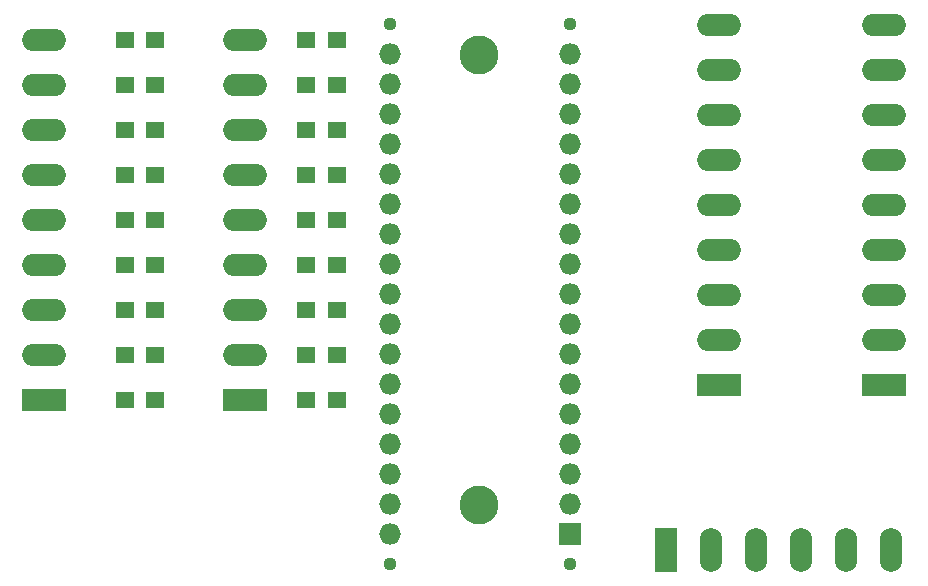
<source format=gbr>
%TF.GenerationSoftware,KiCad,Pcbnew,(5.1.6)-1*%
%TF.CreationDate,2020-10-07T17:19:25+08:00*%
%TF.ProjectId,MGame HID,4d47616d-6520-4484-9944-2e6b69636164,rev?*%
%TF.SameCoordinates,Original*%
%TF.FileFunction,Soldermask,Top*%
%TF.FilePolarity,Negative*%
%FSLAX46Y46*%
G04 Gerber Fmt 4.6, Leading zero omitted, Abs format (unit mm)*
G04 Created by KiCad (PCBNEW (5.1.6)-1) date 2020-10-07 17:19:25*
%MOMM*%
%LPD*%
G01*
G04 APERTURE LIST*
%ADD10O,3.700000X1.900000*%
%ADD11R,3.700000X1.900000*%
%ADD12O,1.900000X3.700000*%
%ADD13R,1.900000X3.700000*%
%ADD14R,1.600000X1.400000*%
%ADD15C,1.116000*%
%ADD16O,1.827200X1.827200*%
%ADD17R,1.827200X1.827200*%
%ADD18R,1.600000X1.350000*%
%ADD19C,3.300000*%
G04 APERTURE END LIST*
D10*
%TO.C,J1*%
X114300000Y-64770000D03*
X114300000Y-68580000D03*
X114300000Y-72390000D03*
X114300000Y-76200000D03*
X114300000Y-80010000D03*
X114300000Y-83820000D03*
X114300000Y-87630000D03*
X114300000Y-91440000D03*
D11*
X114300000Y-95250000D03*
%TD*%
%TO.C,J2*%
X131318000Y-95250000D03*
D10*
X131318000Y-91440000D03*
X131318000Y-87630000D03*
X131318000Y-83820000D03*
X131318000Y-80010000D03*
X131318000Y-76200000D03*
X131318000Y-72390000D03*
X131318000Y-68580000D03*
X131318000Y-64770000D03*
%TD*%
D12*
%TO.C,J3*%
X186055000Y-107950000D03*
X182245000Y-107950000D03*
X178435000Y-107950000D03*
X174625000Y-107950000D03*
X170815000Y-107950000D03*
D13*
X167005000Y-107950000D03*
%TD*%
D10*
%TO.C,J4*%
X185420000Y-63500000D03*
X185420000Y-67310000D03*
X185420000Y-71120000D03*
X185420000Y-74930000D03*
X185420000Y-78740000D03*
X185420000Y-82550000D03*
X185420000Y-86360000D03*
X185420000Y-90170000D03*
D11*
X185420000Y-93980000D03*
%TD*%
%TO.C,J5*%
X171450000Y-93980000D03*
D10*
X171450000Y-90170000D03*
X171450000Y-86360000D03*
X171450000Y-82550000D03*
X171450000Y-78740000D03*
X171450000Y-74930000D03*
X171450000Y-71120000D03*
X171450000Y-67310000D03*
X171450000Y-63500000D03*
%TD*%
D14*
%TO.C,R1*%
X136445000Y-95250000D03*
X139145000Y-95250000D03*
%TD*%
%TO.C,R2*%
X139145000Y-91440000D03*
X136445000Y-91440000D03*
%TD*%
%TO.C,R3*%
X136445000Y-87630000D03*
X139145000Y-87630000D03*
%TD*%
%TO.C,R4*%
X139145000Y-83820000D03*
X136445000Y-83820000D03*
%TD*%
%TO.C,R5*%
X136445000Y-80010000D03*
X139145000Y-80010000D03*
%TD*%
%TO.C,R6*%
X139145000Y-76200000D03*
X136445000Y-76200000D03*
%TD*%
%TO.C,R7*%
X139145000Y-72390000D03*
X136445000Y-72390000D03*
%TD*%
%TO.C,R8*%
X136445000Y-68580000D03*
X139145000Y-68580000D03*
%TD*%
%TO.C,R9*%
X139145000Y-64770000D03*
X136445000Y-64770000D03*
%TD*%
D15*
%TO.C,XA1*%
X158860000Y-109151001D03*
X158860000Y-63431001D03*
X143620000Y-109151001D03*
D16*
X143620000Y-88831001D03*
X158860000Y-96451001D03*
D17*
X158860000Y-106611001D03*
D16*
X143620000Y-106611001D03*
X143620000Y-73591001D03*
X143620000Y-101531001D03*
X158860000Y-93911001D03*
X143620000Y-98991001D03*
X143620000Y-93911001D03*
X143620000Y-68511001D03*
X143620000Y-96451001D03*
X158860000Y-104071001D03*
X158860000Y-98991001D03*
X158860000Y-101531001D03*
X158860000Y-91371001D03*
X158860000Y-88831001D03*
X158860000Y-86291001D03*
X158860000Y-83751001D03*
X158860000Y-81211001D03*
X158860000Y-78671001D03*
X158860000Y-76131001D03*
X158860000Y-73591001D03*
X158860000Y-71051001D03*
D15*
X143620000Y-63431001D03*
D16*
X143620000Y-71051001D03*
X143620000Y-65971001D03*
X158860000Y-65971001D03*
X158860000Y-68511001D03*
X143620000Y-91371001D03*
X143620000Y-76131001D03*
X143620000Y-78671001D03*
X143620000Y-81211001D03*
X143620000Y-83751001D03*
X143620000Y-86291001D03*
X143620000Y-104071001D03*
%TD*%
D18*
%TO.C,C1*%
X121198000Y-95250000D03*
X123698000Y-95250000D03*
%TD*%
%TO.C,C2*%
X123678000Y-91440000D03*
X121178000Y-91440000D03*
%TD*%
%TO.C,C3*%
X121178000Y-87630000D03*
X123678000Y-87630000D03*
%TD*%
%TO.C,C4*%
X123678000Y-83820000D03*
X121178000Y-83820000D03*
%TD*%
%TO.C,C5*%
X121178000Y-80010000D03*
X123678000Y-80010000D03*
%TD*%
%TO.C,C6*%
X123678000Y-76200000D03*
X121178000Y-76200000D03*
%TD*%
%TO.C,C7*%
X121178000Y-72390000D03*
X123678000Y-72390000D03*
%TD*%
%TO.C,C8*%
X123678000Y-68580000D03*
X121178000Y-68580000D03*
%TD*%
%TO.C,C9*%
X121178000Y-64770000D03*
X123678000Y-64770000D03*
%TD*%
D19*
%TO.C,H1*%
X151130000Y-66040000D03*
%TD*%
%TO.C,H2*%
X151130000Y-104140000D03*
%TD*%
M02*

</source>
